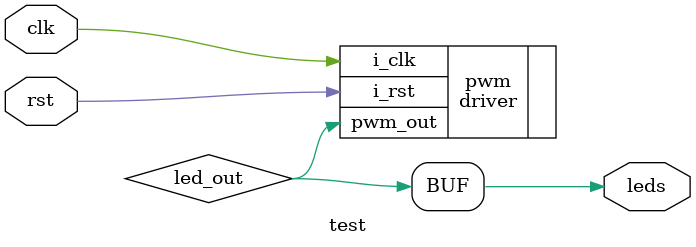
<source format=sv>
`include "../DRIVER/driver.sv"

module test (
	input clk,
	input rst,

	output leds
);

reg led_out;

assign leds[0] = led_out;

driver #(
	.DUTY_CYCLE(200),
	.PERIOD(255)
) pwm (
	.i_clk(clk),
	.i_rst(rst),
	.pwm_out(led_out)
);

endmodule

</source>
